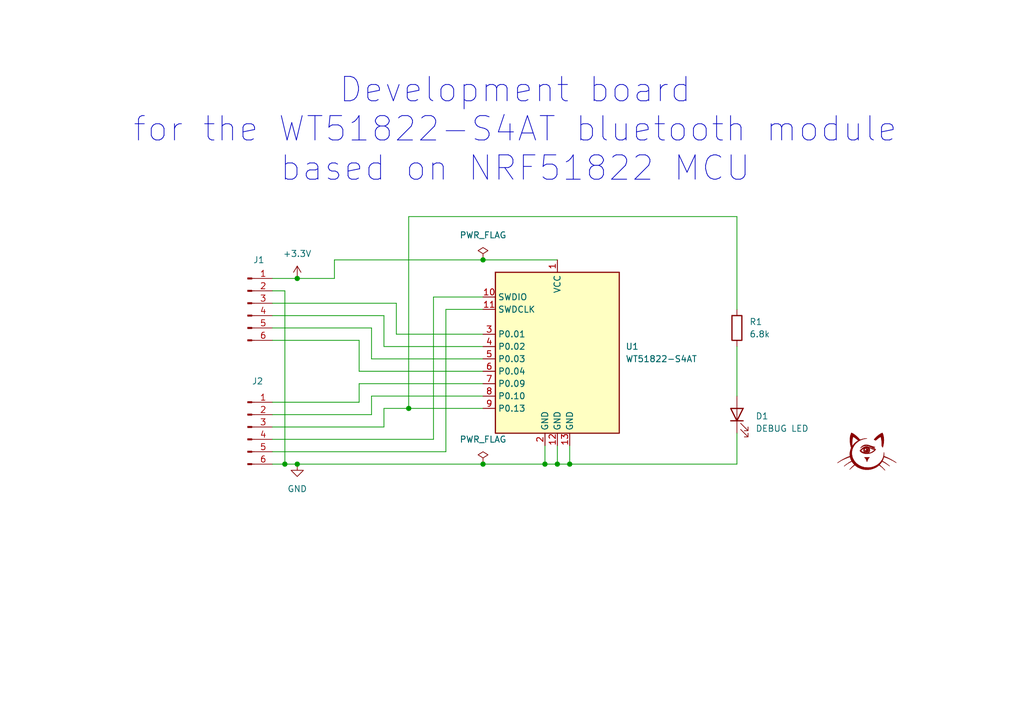
<source format=kicad_sch>
(kicad_sch (version 20231120) (generator "eeschema") (generator_version "8.0")
  (paper "A5")
  (title_block (title "WT51822-S4AT development board") (date "2024-05-29") (rev "0.1") (company "Yuri Volkov"))
  (lib_symbols
    (symbol "Connector:Conn_01x06_Male" (pin_names (offset 1.016) hide)
      (property "Reference" "J" (at 0 7.62 0))
      (property "Value" "Conn_01x06_Male" (at 0 -10.16 0))
      (symbol "Conn_01x06_Male_1_1"
        (polyline (pts (xy 1.27 -7.62) (xy 0.8636 -7.62)) (stroke (width 0.1524)))
        (polyline (pts (xy 1.27 -5.08) (xy 0.8636 -5.08)) (stroke (width 0.1524)))
        (polyline (pts (xy 1.27 -2.54) (xy 0.8636 -2.54)) (stroke (width 0.1524)))
        (polyline (pts (xy 1.27 0) (xy 0.8636 0)) (stroke (width 0.1524)))
        (polyline (pts (xy 1.27 2.54) (xy 0.8636 2.54)) (stroke (width 0.1524)))
        (polyline (pts (xy 1.27 5.08) (xy 0.8636 5.08)) (stroke (width 0.1524)))
        (rectangle (start 0.8636 -7.493) (end 0 -7.747) (stroke (width 0.1524)) (fill (type outline)))
        (rectangle (start 0.8636 -4.953) (end 0 -5.207) (stroke (width 0.1524)) (fill (type outline)))
        (rectangle (start 0.8636 -2.413) (end 0 -2.667) (stroke (width 0.1524)) (fill (type outline)))
        (rectangle (start 0.8636 0.127) (end 0 -0.127) (stroke (width 0.1524)) (fill (type outline)))
        (rectangle (start 0.8636 2.667) (end 0 2.413) (stroke (width 0.1524)) (fill (type outline)))
        (rectangle (start 0.8636 5.207) (end 0 4.953) (stroke (width 0.1524)) (fill (type outline)))
        (pin passive line (at 5.08 5.08 180) (length 3.81) (name "Pin_1") (number "1"))
        (pin passive line (at 5.08 2.54 180) (length 3.81) (name "Pin_2") (number "2"))
        (pin passive line (at 5.08 0 180) (length 3.81) (name "Pin_3") (number "3"))
        (pin passive line (at 5.08 -2.54 180) (length 3.81) (name "Pin_4") (number "4"))
        (pin passive line (at 5.08 -5.08 180) (length 3.81) (name "Pin_5") (number "5"))
        (pin passive line (at 5.08 -7.62 180) (length 3.81) (name "Pin_6") (number "6"))
      )
    )
    (symbol "Device:LED" (pin_numbers hide) (pin_names (offset 1.016) hide)
      (property "Reference" "D" (at 0 2.54 0))
      (property "Value" "LED" (at 0 -2.54 0))
      (symbol "LED_0_1"
        (polyline (pts (xy -1.27 -1.27) (xy -1.27 1.27)) (stroke (width 0.254)))
        (polyline (pts (xy -1.27 0) (xy 1.27 0)))
        (polyline (pts (xy 1.27 -1.27) (xy 1.27 1.27) (xy -1.27 0) (xy 1.27 -1.27)) (stroke (width 0.254)))
        (polyline (pts (xy -3.048 -0.762) (xy -4.572 -2.286) (xy -3.81 -2.286) (xy -4.572 -2.286) (xy -4.572 -1.524)))
        (polyline (pts (xy -1.778 -0.762) (xy -3.302 -2.286) (xy -2.54 -2.286) (xy -3.302 -2.286) (xy -3.302 -1.524)))
      )
      (symbol "LED_1_1"
        (pin passive line (at -3.81 0 0) (length 2.54) (name "K") (number "1"))
        (pin passive line (at 3.81 0 180) (length 2.54) (name "A") (number "2"))
      )
    )
    (symbol "Device:R" (pin_numbers hide) (pin_names (offset 0))
      (property "Reference" "R" (at 2.032 0 90))
      (property "Value" "R" (at 0 0 90))
      (symbol "R_0_1"
        (rectangle (start -1.016 -2.54) (end 1.016 2.54) (stroke (width 0.254)))
      )
      (symbol "R_1_1"
        (pin passive line (at 0 3.81 270) (length 1.27) (name "~") (number "1"))
        (pin passive line (at 0 -3.81 90) (length 1.27) (name "~") (number "2"))
      )
    )
    (symbol "nrf51:WT51822-S4AT"
      (property "Reference" "U" (at -11.43 18.288 0))
      (property "Value" "WT51822-S4AT" (at 8.128 18.288 0))
      (symbol "WT51822-S4AT_0_1"
        (rectangle (start -12.7 16.51) (end 12.7 -16.51) (stroke (width 0.254)) (fill (type background)))
      )
      (symbol "WT51822-S4AT_1_1"
        (pin power_in line (at 0 19.05 270) (length 2.54) (name "VCC") (number "1"))
        (pin bidirectional line (at -15.24 11.43 0) (length 2.54) (name "SWDIO") (number "10"))
        (pin input line (at -15.24 8.89 0) (length 2.54) (name "SWDCLK") (number "11"))
        (pin power_in line (at 0 -19.05 90) (length 2.54) (name "GND") (number "12"))
        (pin power_in line (at 2.54 -19.05 90) (length 2.54) (name "GND") (number "13"))
        (pin power_in line (at -2.54 -19.05 90) (length 2.54) (name "GND") (number "2"))
        (pin bidirectional line (at -15.24 3.81 0) (length 2.54) (name "P0.01") (number "3"))
        (pin bidirectional line (at -15.24 1.27 0) (length 2.54) (name "P0.02") (number "4"))
        (pin bidirectional line (at -15.24 -1.27 0) (length 2.54) (name "P0.03") (number "5"))
        (pin bidirectional line (at -15.24 -3.81 0) (length 2.54) (name "P0.04") (number "6"))
        (pin bidirectional line (at -15.24 -6.35 0) (length 2.54) (name "P0.09") (number "7"))
        (pin bidirectional line (at -15.24 -8.89 0) (length 2.54) (name "P0.10") (number "8"))
        (pin bidirectional line (at -15.24 -11.43 0) (length 2.54) (name "P0.13") (number "9"))
      )
    )
    (symbol "nrf51:stamp" (pin_names (offset 1.016))
      (symbol "stamp_0_0"
        (polyline (pts (xy 0.0254 -2.032) (xy 0.0254 -1.9812) (xy 0.0508 -1.9558) (xy 0.0762 -1.8542) (xy 0.1016 -1.778) (xy 0.1524 -1.6764) (xy 0.1778 -1.6002) (xy 0.2286 -1.5494) (xy 0.2794 -1.4224) (xy 0.3556 -1.3208) (xy 0.5334 -1.143) (xy -0.508 -1.143) (xy -0.508 -1.1684) (xy -0.2794 -1.397) (xy -0.2032 -1.524) (xy -0.1524 -1.651) (xy -0.0762 -1.8034) (xy -0.0254 -1.9812) (xy -0.0254 -2.0066) (xy 0 -2.0574) (xy 0.0254 -2.032)) (stroke (width 0.0254)) (fill (type outline)))
        (polyline (pts (xy 0.1016 -0.1016) (xy 0.1778 -0.0762) (xy 0.2794 0.0762) (xy 0.3048 0.1016) (xy 0.3048 0.127) (xy 0.3302 0.1524) (xy 0.3302 0.3302) (xy 0.3048 0.381) (xy 0.3048 0.4064) (xy 0.2794 0.4318) (xy 0.2794 0.4826) (xy 0.1778 0.5842) (xy 0.0762 0.635) (xy 0.0508 0.6604) (xy -0.1524 0.6604) (xy -0.1778 0.635) (xy -0.2032 0.635) (xy -0.254 0.6096) (xy -0.254 0.5842) (xy -0.2032 0.5842) (xy -0.127 0.508) (xy -0.1016 0.4572) (xy -0.1016 0.381) (xy -0.127 0.3556) (xy -0.1524 0.3048) (xy -0.2032 0.254) (xy -0.3048 0.254) (xy -0.3556 0.2794) (xy -0.4064 0.3302) (xy -0.4064 0.3556) (xy -0.4318 0.3556) (xy -0.4318 0.2286) (xy -0.4064 0.1778) (xy -0.4064 0.0762) (xy -0.3556 0.0254) (xy -0.3048 -0.0508) (xy -0.2286 -0.1016) (xy -0.1524 -0.127) (xy 0.0508 -0.127) (xy 0.1016 -0.1016)) (stroke (width 0.0254)) (fill (type outline)))
        (polyline (pts (xy -1.2954 0.762) (xy -1.1684 0.8636) (xy -1.0668 0.9398) (xy -0.9652 0.9906) (xy -0.8636 1.0668) (xy -0.7874 1.0922) (xy -0.7112 1.143) (xy -0.5588 1.1938) (xy -0.4572 1.1938) (xy -0.4572 1.2192) (xy -0.3302 1.2192) (xy -0.2032 1.2446) (xy -0.0508 1.2446) (xy 0.0762 1.2192) (xy 0.2286 1.1938) (xy 0.381 1.143) (xy 0.5334 1.0668) (xy 0.7112 0.9906) (xy 0.9144 0.9144) (xy 0.9398 0.889) (xy 1.143 0.7874) (xy 1.4478 0.6858) (xy 1.6256 0.6858) (xy 1.6002 0.7112) (xy 1.5494 0.7366) (xy 1.4986 0.7366) (xy 1.4732 0.762) (xy 1.3716 0.7874) (xy 1.2954 0.8382) (xy 1.2446 0.8636) (xy 1.1684 0.889) (xy 1.1176 0.9398) (xy 1.1684 0.9398) (xy 1.1938 0.9144) (xy 1.524 0.9144) (xy 1.5748 0.9398) (xy 1.6256 0.9398) (xy 1.651 0.9652) (xy 1.6002 0.9652) (xy 1.5748 0.9906) (xy 1.4732 0.9906) (xy 1.3462 1.0414) (xy 1.2192 1.0668) (xy 1.0668 1.1176) (xy 0.7112 1.2192) (xy 0.6858 1.2446) (xy 0.5334 1.2954) (xy 0.4064 1.3208) (xy 0.2794 1.3716) (xy 0.1778 1.397) (xy 0.0762 1.397) (xy 0 1.4224) (xy -0.3302 1.4224) (xy -0.635 1.3462) (xy -0.7874 1.27) (xy -0.9398 1.1684) (xy -1.0668 1.0668) (xy -1.3208 0.762) (xy -1.3462 0.7366) (xy -1.2954 0.762)) (stroke (width 0.0254)) (fill (type outline)))
        (polyline (pts (xy 3.2512 0.9398) (xy 3.2766 0.9906) (xy 3.2766 1.0668) (xy 3.3274 1.2192) (xy 3.3528 1.27) (xy 3.3782 1.4986) (xy 3.429 1.8034) (xy 3.4544 2.1082) (xy 3.4798 2.3876) (xy 3.4544 2.6924) (xy 3.429 2.9464) (xy 3.3782 3.2258) (xy 3.3274 3.4798) (xy 3.2258 3.7084) (xy 3.2258 3.7338) (xy 3.175 3.8354) (xy 3.175 3.8608) (xy 3.1242 3.8608) (xy 3.0988 3.8354) (xy 3.048 3.81) (xy 2.9718 3.7846) (xy 2.921 3.7592) (xy 2.8448 3.7084) (xy 2.7686 3.683) (xy 2.667 3.6068) (xy 2.4638 3.4798) (xy 2.286 3.3274) (xy 2.0828 3.175) (xy 1.7018 2.794) (xy 1.651 2.7178) (xy 1.5748 2.667) (xy 1.524 2.5908) (xy 1.4986 2.5654) (xy 1.4732 2.5146) (xy 1.4478 2.4892) (xy 1.4732 2.4892) (xy 1.4986 2.4638) (xy 1.5494 2.4384) (xy 1.6002 2.4384) (xy 1.651 2.3876) (xy 1.8034 2.3368) (xy 1.905 2.413) (xy 2.0066 2.5146) (xy 2.0828 2.5654) (xy 2.1844 2.6416) (xy 2.2606 2.7178) (xy 2.3622 2.794) (xy 2.4384 2.8448) (xy 2.54 2.8956) (xy 2.6162 2.9718) (xy 2.6924 2.9972) (xy 2.7432 3.048) (xy 2.794 3.0734) (xy 2.8194 3.0988) (xy 2.8448 3.0988) (xy 2.8448 3.0734) (xy 2.8702 3.0226) (xy 2.8702 2.9464) (xy 2.8956 2.8956) (xy 2.8956 2.8194) (xy 2.921 2.7178) (xy 2.9464 2.6416) (xy 2.9464 2.5654) (xy 2.9718 2.4892) (xy 2.9718 2.3876) (xy 2.9972 2.286) (xy 2.9972 2.1844) (xy 3.0226 2.0828) (xy 3.0226 1.5748) (xy 3.048 1.2192) (xy 3.0734 1.143) (xy 3.0988 1.0922) (xy 3.1496 1.0414) (xy 3.175 0.9906) (xy 3.175 0.9652) (xy 3.2258 0.9144) (xy 3.2512 0.9398)) (stroke (width 0.0254)) (fill (type outline)))
        (polyline (pts (xy 0.3556 -0.381) (xy 0.6096 -0.3302) (xy 0.8382 -0.254) (xy 1.0414 -0.1778) (xy 1.143 -0.127) (xy 1.2954 -0.0254) (xy 1.4224 0.0762) (xy 1.5748 0.1778) (xy 1.5748 0.2032) (xy 1.7272 0.3556) (xy 1.7526 0.4064) (xy 1.8034 0.4572) (xy 1.8034 0.508) (xy 1.7526 0.508) (xy 1.7018 0.5334) (xy 1.6002 0.5334) (xy 1.4732 0.5588) (xy 1.3716 0.5842) (xy 1.2446 0.6096) (xy 1.143 0.6604) (xy 1.016 0.7112) (xy 0.8636 0.762) (xy 0.7366 0.8128) (xy 0.5588 0.889) (xy 0.4826 0.9144) (xy 0.381 0.9652) (xy 0.2286 1.016) (xy 0.1778 1.0414) (xy 0.1016 1.0414) (xy 0.0508 1.0668) (xy -0.2286 1.0668) (xy -0.3556 1.0414) (xy -0.4826 0.9906) (xy -0.635 0.9398) (xy -0.9398 0.7366) (xy -1.1684 0.508) (xy -1.2446 0.4572) (xy -1.4224 0.2794) (xy -1.4478 0.2286) (xy -1.2446 0.2286) (xy -1.1938 0.2794) (xy -1.143 0.3048) (xy -1.0922 0.3556) (xy -1.0414 0.381) (xy -1.016 0.4318) (xy -0.9652 0.4572) (xy -0.9398 0.4826) (xy -0.889 0.508) (xy -0.7874 0.6096) (xy -0.7366 0.635) (xy -0.635 0.7366) (xy -0.5588 0.762) (xy -0.6096 0.6858) (xy -0.6858 0.5334) (xy -0.6858 0.4572) (xy -0.7112 0.4064) (xy -0.7112 0.2032) (xy -0.6858 0.1524) (xy -0.6858 0.127) (xy -0.5334 0.127) (xy -0.5334 0.3302) (xy -0.508 0.4572) (xy -0.4064 0.6096) (xy -0.3302 0.6858) (xy -0.2286 0.7366) (xy -0.127 0.762) (xy 0.0508 0.762) (xy 0.1524 0.7112) (xy 0.1778 0.7112) (xy 0.2286 0.6858) (xy 0.3302 0.5842) (xy 0.4064 0.4318) (xy 0.4318 0.3302) (xy 0.4318 0.2286) (xy 0.381 0.0254) (xy 0.3302 -0.0762) (xy 0.254 -0.127) (xy 0.1524 -0.2032) (xy 0.0508 -0.2286) (xy 0.0254 -0.254) (xy -0.0762 -0.254) (xy -0.2794 -0.2032) (xy -0.4318 -0.0508) (xy -0.4826 0.0254) (xy -0.5334 0.127) (xy -0.6858 0.127) (xy -0.6858 0.0762) (xy -0.5334 -0.1524) (xy -0.508 -0.1778) (xy -0.5334 -0.1778) (xy -0.5842 -0.1524) (xy -0.6604 -0.127) (xy -0.7112 -0.1016) (xy -0.7874 -0.0762) (xy -0.8636 -0.0254) (xy -1.016 0.0508) (xy -1.0668 0.1016) (xy -1.1176 0.127) (xy -1.1684 0.1778) (xy -1.2192 0.2032) (xy -1.2446 0.2286) (xy -1.4478 0.2286) (xy -1.4478 0.2032) (xy -1.4224 0.1778) (xy -1.397 0.127) (xy -1.3716 0.1016) (xy -1.3462 0.0508) (xy -1.3208 0.0254) (xy -1.0668 -0.1778) (xy -0.889 -0.254) (xy -0.8128 -0.2794) (xy 0.3048 -0.2794) (xy 0.3302 -0.254) (xy 0.381 -0.1778) (xy 0.4572 -0.127) (xy 0.508 -0.0508) (xy 0.508 -0.0254) (xy 0.5588 0.0762) (xy 0.6096 0.2032) (xy 0.6096 0.3302) (xy 0.5588 0.5842) (xy 0.508 0.6858) (xy 0.4318 0.7874) (xy 0.381 0.8382) (xy 0.381 0.8636) (xy 0.5334 0.7874) (xy 0.6096 0.762) (xy 0.7112 0.7112) (xy 0.7874 0.6604) (xy 0.8382 0.6604) (xy 0.9144 0.6096) (xy 0.9906 0.5842) (xy 1.0922 0.5334) (xy 1.1176 0.5334) (xy 1.2192 0.4826) (xy 1.2446 0.4826) (xy 1.397 0.4318) (xy 1.4732 0.4318) (xy 1.6002 0.4064) (xy 1.4986 0.3048) (xy 1.3462 0.1778) (xy 0.9906 -0.0762) (xy 0.7874 -0.1524) (xy 0.6096 -0.2286) (xy 0.4318 -0.2794) (xy 0.3048 -0.2794) (xy -0.8128 -0.2794) (xy -0.7366 -0.3048) (xy -0.5588 -0.3556) (xy -0.3556 -0.4064) (xy 0.127 -0.4064) (xy 0.3556 -0.381)) (stroke (width 0.0254)) (fill (type outline)))
        (polyline (pts (xy -3.5052 -3.6068) (xy -3.3782 -3.5052) (xy -3.175 -3.302) (xy -2.7686 -2.9464) (xy -2.5908 -2.8194) (xy -2.4892 -2.7432) (xy -2.1844 -2.9972) (xy -1.9304 -3.175) (xy -1.3716 -3.429) (xy -1.0922 -3.5306) (xy -0.7874 -3.6068) (xy -0.4826 -3.6576) (xy -0.381 -3.683) (xy 0.381 -3.683) (xy 0.4826 -3.6576) (xy 0.508 -3.6576) (xy 0.8128 -3.6068) (xy 1.0922 -3.5306) (xy 1.3716 -3.429) (xy 1.6256 -3.3274) (xy 1.8796 -3.2004) (xy 2.1336 -3.048) (xy 2.3622 -2.8702) (xy 2.4892 -2.7432) (xy 2.54 -2.794) (xy 2.5654 -2.794) (xy 2.6162 -2.8448) (xy 2.6924 -2.8956) (xy 2.7432 -2.9464) (xy 2.9718 -3.0988) (xy 3.2004 -3.3274) (xy 3.2766 -3.3782) (xy 3.3528 -3.4544) (xy 3.429 -3.556) (xy 3.4798 -3.6068) (xy 3.556 -3.6576) (xy 3.6068 -3.7338) (xy 3.6576 -3.7846) (xy 3.7084 -3.81) (xy 3.6322 -3.7338) (xy 3.6322 -3.7084) (xy 3.5814 -3.6576) (xy 3.5052 -3.556) (xy 3.4036 -3.4798) (xy 3.3274 -3.3782) (xy 3.1242 -3.175) (xy 2.9972 -3.0734) (xy 2.8956 -2.9718) (xy 2.794 -2.8956) (xy 2.7178 -2.8194) (xy 2.5654 -2.6924) (xy 2.667 -2.5654) (xy 2.7178 -2.5146) (xy 2.8702 -2.3114) (xy 3.0226 -2.1336) (xy 3.0226 -2.1082) (xy 3.048 -2.0574) (xy 3.0988 -2.0066) (xy 3.1496 -2.0066) (xy 3.175 -2.032) (xy 3.2258 -2.0574) (xy 3.302 -2.0828) (xy 3.3528 -2.1082) (xy 3.429 -2.1336) (xy 3.4798 -2.1844) (xy 3.5814 -2.2352) (xy 3.6068 -2.2352) (xy 3.6576 -2.286) (xy 3.7084 -2.3114) (xy 3.7846 -2.3368) (xy 3.8608 -2.413) (xy 3.8862 -2.413) (xy 3.9116 -2.4384) (xy 3.937 -2.4384) (xy 3.937 -2.4638) (xy 4.0894 -2.54) (xy 4.1402 -2.5908) (xy 4.445 -2.794) (xy 4.4704 -2.8194) (xy 4.5466 -2.8702) (xy 4.5974 -2.921) (xy 4.6482 -2.9464) (xy 4.572 -2.8702) (xy 4.4196 -2.7432) (xy 4.2164 -2.5908) (xy 4.0386 -2.4638) (xy 3.8354 -2.3114) (xy 3.429 -2.0574) (xy 3.2258 -1.9558) (xy 3.1496 -1.905) (xy 3.2766 -1.651) (xy 3.3528 -1.4224) (xy 3.429 -1.2192) (xy 3.429 -1.1684) (xy 3.4544 -1.1176) (xy 3.4544 -1.0668) (xy 3.4798 -1.0668) (xy 3.5814 -1.1176) (xy 3.6576 -1.1176) (xy 3.7338 -1.143) (xy 3.81 -1.1938) (xy 4.0132 -1.2446) (xy 4.2672 -1.3462) (xy 4.826 -1.6002) (xy 5.1054 -1.7526) (xy 5.3848 -1.8796) (xy 5.6642 -2.0574) (xy 5.9182 -2.2098) (xy 6.0198 -2.2606) (xy 5.9944 -2.2352) (xy 5.9436 -2.2098) (xy 5.8674 -2.159) (xy 5.8166 -2.1082) (xy 5.588 -1.9558) (xy 5.4864 -1.905) (xy 4.8768 -1.5494) (xy 4.5466 -1.3716) (xy 4.2418 -1.2192) (xy 3.6322 -0.9652) (xy 3.5814 -0.9398) (xy 3.5306 -0.9398) (xy 3.5052 -0.9144) (xy 3.4798 -0.9144) (xy 3.4798 -0.8636) (xy 3.5052 -0.8128) (xy 3.5052 -0.1778) (xy 3.4798 -0.1524) (xy 3.4798 -0.3048) (xy 3.4544 -0.5842) (xy 3.3528 -1.0922) (xy 3.1496 -1.6002) (xy 2.9972 -1.8034) (xy 2.8448 -2.032) (xy 2.667 -2.2352) (xy 2.2606 -2.5908) (xy 2.032 -2.7432) (xy 1.8034 -2.8702) (xy 1.524 -2.9972) (xy 1.27 -3.0988) (xy 0.9652 -3.175) (xy 0.6858 -3.2258) (xy 0.4064 -3.2512) (xy 0.1016 -3.2512) (xy -0.508 -3.2004) (xy -0.7874 -3.1242) (xy -1.0414 -3.048) (xy -1.2954 -2.9464) (xy -1.7526 -2.6924) (xy -1.9812 -2.5146) (xy -2.1844 -2.3622) (xy -2.54 -1.9558) (xy -2.667 -1.7526) (xy -2.921 -1.2954) (xy -2.9972 -1.0414) (xy -3.0988 -0.5334) (xy -3.0988 0) (xy -2.9972 0.508) (xy -2.8956 0.762) (xy -2.8702 0.8382) (xy -2.6162 1.2954) (xy -2.4638 1.4986) (xy -2.286 1.7018) (xy -2.0828 1.8796) (xy -1.8542 2.0574) (xy -1.6256 2.2098) (xy -1.397 2.3368) (xy -1.27 2.413) (xy -1.0414 2.4892) (xy -0.8382 2.5654) (xy -0.635 2.6162) (xy -0.4064 2.667) (xy -0.1524 2.6924) (xy 0 2.7178) (xy -0.254 2.7178) (xy -0.5334 2.6924) (xy -0.7874 2.6416) (xy -1.0668 2.5654) (xy -1.3208 2.4892) (xy -1.4224 2.4384) (xy -1.4478 2.4892) (xy -1.5494 2.5908) (xy -1.7272 2.794) (xy -1.9304 2.9972) (xy -2.3368 3.3528) (xy -2.7432 3.6576) (xy -2.8194 3.683) (xy -2.8702 3.7338) (xy -2.9464 3.7592) (xy -2.9972 3.7846) (xy -3.0734 3.8354) (xy -3.1242 3.8608) (xy -3.2004 3.8608) (xy -3.2258 3.81) (xy -3.2766 3.6576) (xy -3.302 3.556) (xy -3.3782 3.3782) (xy -3.429 3.175) (xy -3.4798 2.8194) (xy -3.4798 1.9304) (xy -3.4544 1.8542) (xy -3.4544 1.7272) (xy -3.4036 1.4478) (xy -3.3274 1.1684) (xy -3.3274 1.1176) (xy -3.048 1.1176) (xy -3.048 2.0066) (xy -3.0226 2.1082) (xy -2.9718 2.6162) (xy -2.921 2.8702) (xy -2.8956 2.8956) (xy -2.8956 2.9718) (xy -2.8702 3.0226) (xy -2.8702 3.048) (xy -2.8448 3.0734) (xy -2.794 3.0734) (xy -2.7432 3.048) (xy -2.6924 2.9972) (xy -2.6416 2.9718) (xy -2.413 2.8194) (xy -2.3368 2.7432) (xy -2.286 2.7178) (xy -2.2606 2.7178) (xy -2.1844 2.6416) (xy -2.1336 2.6162) (xy -2.032 2.5146) (xy -1.9558 2.4638) (xy -1.778 2.286) (xy -1.8034 2.2606) (xy -1.8288 2.2606) (xy -1.8542 2.2352) (xy -1.9558 2.1844) (xy -2.032 2.1082) (xy -2.159 2.0574) (xy -2.2606 1.9812) (xy -2.3368 1.905) (xy -2.4638 1.8034) (xy -2.5908 1.6764) (xy -2.6924 1.5494) (xy -2.8194 1.4224) (xy -2.921 1.2954) (xy -2.9972 1.1938) (xy -3.0226 1.143) (xy -3.0226 1.1176) (xy -3.048 1.1176) (xy -3.3274 1.1176) (xy -3.2512 0.9398) (xy -3.2512 0.8382) (xy -3.2258 0.8128) (xy -3.2258 0.762) (xy -3.2512 0.7366) (xy -3.2766 0.6858) (xy -3.2766 0.635) (xy -3.3528 0.4572) (xy -3.4544 0.0508) (xy -3.4544 0.0254) (xy -3.4798 -0.0254) (xy -3.4798 -0.1524) (xy -3.5052 -0.2032) (xy -3.5052 -0.7874) (xy -3.4798 -0.8382) (xy -3.4798 -0.9144) (xy -3.6068 -0.9652) (xy -3.7592 -1.016) (xy -4.0894 -1.143) (xy -4.4196 -1.2954) (xy -5.08 -1.651) (xy -5.4102 -1.8542) (xy -5.715 -2.0574) (xy -5.7404 -2.0574) (xy -5.7912 -2.1082) (xy -5.8674 -2.159) (xy -5.9182 -2.1844) (xy -5.969 -2.2352) (xy -6.0198 -2.2606) (xy -6.0452 -2.286) (xy -6.0198 -2.286) (xy -5.9944 -2.2606) (xy -5.8928 -2.2098) (xy -5.6642 -2.0574) (xy -5.3848 -1.8796) (xy -5.1054 -1.7272) (xy -4.5466 -1.4732) (xy -4.2418 -1.3462) (xy -4.1656 -1.3208) (xy -4.0894 -1.27) (xy -3.9878 -1.2446) (xy -3.8862 -1.1938) (xy -3.81 -1.1684) (xy -3.7084 -1.143) (xy -3.556 -1.0922) (xy -3.5052 -1.0922) (xy -3.4798 -1.0668) (xy -3.4544 -1.0668) (xy -3.4544 -1.1176) (xy -3.4036 -1.2192) (xy -3.3782 -1.3716) (xy -3.302 -1.5748) (xy -3.2258 -1.7526) (xy -3.1496 -1.905) (xy -3.5052 -2.1082) (xy -3.7592 -2.2606) (xy -3.9878 -2.4384) (xy -4.2418 -2.5908) (xy -4.445 -2.7686) (xy -4.4704 -2.794) (xy -4.5466 -2.8448) (xy -4.6736 -2.9718) (xy -4.572 -2.921) (xy -4.5212 -2.8448) (xy -4.2672 -2.667) (xy -3.9878 -2.4638) (xy -3.683 -2.286) (xy -3.6322 -2.2606) (xy -3.556 -2.2098) (xy -3.4798 -2.1844) (xy -3.4036 -2.1336) (xy -3.3274 -2.1082) (xy -3.2766 -2.0574) (xy -3.2004 -2.032) (xy -3.1496 -2.0066) (xy -3.0988 -2.0066) (xy -3.0988 -2.032) (xy -3.0226 -2.1082) (xy -2.921 -2.2606) (xy -2.667 -2.5654) (xy -2.5654 -2.6924) (xy -2.667 -2.7686) (xy -2.794 -2.8702) (xy -3.0226 -3.0734) (xy -3.2512 -3.302) (xy -3.556 -3.6576) (xy -3.5052 -3.6068)) (stroke (width 0.0254)) (fill (type outline)))
      )
    )
    (symbol "power:+3.3V" (power) (pin_names (offset 0))
      (property "Value" "+3.3V" (at 0 3.556 0))
      (symbol "+3.3V_0_1"
        (polyline (pts (xy -0.762 1.27) (xy 0 2.54)))
        (polyline (pts (xy 0 0) (xy 0 2.54)))
        (polyline (pts (xy 0 2.54) (xy 0.762 1.27)))
      )
      (symbol "+3.3V_1_1"
        (pin power_in line (at 0 0 90) (length 0) hide (name "+3V3") (number "1"))
      )
    )
    (symbol "power:GND" (power) (pin_names (offset 0))
      (property "Value" "GND" (at 0 -3.81 0))
      (symbol "GND_0_1"
        (polyline (pts (xy 0 0) (xy 0 -1.27) (xy 1.27 -1.27) (xy 0 -2.54) (xy -1.27 -1.27) (xy 0 -1.27)))
      )
      (symbol "GND_1_1"
        (pin power_in line (at 0 0 270) (length 0) hide (name "GND") (number "1"))
      )
    )
    (symbol "power:PWR_FLAG" (power) (pin_numbers hide) (pin_names (offset 0) hide)
      (property "Value" "PWR_FLAG" (at 0 3.81 0))
      (symbol "PWR_FLAG_0_0"
        (pin power_out line (at 0 0 90) (length 0) (name "pwr") (number "1"))
      )
      (symbol "PWR_FLAG_0_1"
        (polyline (pts (xy 0 0) (xy 0 1.27) (xy -1.016 1.905) (xy 0 2.54) (xy 1.016 1.905) (xy 0 1.27)))
      )
    )
  )
  (junction (at 111.76 95.25))
  (junction (at 116.84 95.25))
  (junction (at 60.96 95.25))
  (junction (at 99.06 53.34))
  (junction (at 83.82 83.82))
  (junction (at 58.42 95.25))
  (junction (at 114.3 95.25))
  (junction (at 99.06 95.25))
  (junction (at 60.96 57.15))
  (wire (pts (xy 73.66 76.2) (xy 73.66 69.85)))
  (wire (pts (xy 151.13 95.25) (xy 116.84 95.25)))
  (wire (pts (xy 151.13 71.12) (xy 151.13 81.28)))
  (wire (pts (xy 151.13 44.45) (xy 83.82 44.45)))
  (wire (pts (xy 111.76 91.44) (xy 111.76 95.25)))
  (wire (pts (xy 83.82 44.45) (xy 83.82 83.82)))
  (wire (pts (xy 91.44 92.71) (xy 55.88 92.71)))
  (wire (pts (xy 73.66 69.85) (xy 55.88 69.85)))
  (wire (pts (xy 81.28 62.23) (xy 55.88 62.23)))
  (wire (pts (xy 81.28 68.58) (xy 81.28 62.23)))
  (wire (pts (xy 88.9 90.17) (xy 55.88 90.17)))
  (wire (pts (xy 55.88 59.69) (xy 58.42 59.69)))
  (wire (pts (xy 78.74 71.12) (xy 78.74 64.77)))
  (wire (pts (xy 111.76 95.25) (xy 114.3 95.25)))
  (wire (pts (xy 73.66 78.74) (xy 73.66 82.55)))
  (wire (pts (xy 99.06 68.58) (xy 81.28 68.58)))
  (wire (pts (xy 78.74 64.77) (xy 55.88 64.77)))
  (wire (pts (xy 114.3 91.44) (xy 114.3 95.25)))
  (wire (pts (xy 58.42 95.25) (xy 60.96 95.25)))
  (wire (pts (xy 55.88 95.25) (xy 58.42 95.25)))
  (wire (pts (xy 78.74 83.82) (xy 78.74 87.63)))
  (wire (pts (xy 99.06 63.5) (xy 91.44 63.5)))
  (wire (pts (xy 76.2 73.66) (xy 76.2 67.31)))
  (wire (pts (xy 99.06 60.96) (xy 88.9 60.96)))
  (wire (pts (xy 99.06 53.34) (xy 114.3 53.34)))
  (wire (pts (xy 114.3 95.25) (xy 116.84 95.25)))
  (wire (pts (xy 83.82 83.82) (xy 78.74 83.82)))
  (wire (pts (xy 151.13 88.9) (xy 151.13 95.25)))
  (wire (pts (xy 73.66 78.74) (xy 99.06 78.74)))
  (wire (pts (xy 76.2 81.28) (xy 76.2 85.09)))
  (wire (pts (xy 76.2 85.09) (xy 55.88 85.09)))
  (wire (pts (xy 99.06 73.66) (xy 76.2 73.66)))
  (wire (pts (xy 60.96 57.15) (xy 55.88 57.15)))
  (wire (pts (xy 99.06 76.2) (xy 73.66 76.2)))
  (wire (pts (xy 55.88 82.55) (xy 73.66 82.55)))
  (wire (pts (xy 99.06 83.82) (xy 83.82 83.82)))
  (wire (pts (xy 68.58 53.34) (xy 99.06 53.34)))
  (wire (pts (xy 58.42 59.69) (xy 58.42 95.25)))
  (wire (pts (xy 78.74 87.63) (xy 55.88 87.63)))
  (wire (pts (xy 68.58 57.15) (xy 60.96 57.15)))
  (wire (pts (xy 116.84 95.25) (xy 116.84 91.44)))
  (wire (pts (xy 60.96 95.25) (xy 99.06 95.25)))
  (wire (pts (xy 151.13 63.5) (xy 151.13 44.45)))
  (wire (pts (xy 99.06 71.12) (xy 78.74 71.12)))
  (wire (pts (xy 88.9 60.96) (xy 88.9 90.17)))
  (wire (pts (xy 99.06 95.25) (xy 111.76 95.25)))
  (wire (pts (xy 68.58 53.34) (xy 68.58 57.15)))
  (wire (pts (xy 91.44 63.5) (xy 91.44 92.71)))
  (wire (pts (xy 99.06 81.28) (xy 76.2 81.28)))
  (wire (pts (xy 76.2 67.31) (xy 55.88 67.31)))
  (text "Development board\nfor the WT51822-S4AT bluetooth module\nbased on NRF51822 MCU" (at 105.664 26.67 0) (effects (font (size 5 5))))
  (symbol (lib_id "power:PWR_FLAG") (at 99.06 95.25 0) (unit 1)
    (property "Reference" "#FLG02" (effects (hide yes)))
    (property "Value" "PWR_FLAG" (at 99.06 90.17 0))
    (property "Description" "Special symbol for telling ERC where power comes from" (effects (hide yes)))
  )
  (symbol (lib_id "Connector:Conn_01x06_Male") (at 50.8 87.63 0) (unit 1)
    (property "Reference" "J2" (at 52.832 78.232 0))
    (property "Value" "Conn_01x06_Male" (effects (hide yes)))
    (property "Footprint" "Connector_PinHeader_2.54mm:PinHeader_1x06_P2.54mm_Vertical" (effects (hide yes)))
    (property "Description" "Generic connector, single row, 01x06, script generated (kicad-library-utils/schlib/autogen/connector/)" (effects (hide yes)))
  )
  (symbol (lib_id "Device:LED") (at 151.13 85.09 90) (unit 1)
    (property "Reference" "D1" (at 154.94 85.4074 90) (effects (justify right)))
    (property "Value" "DEBUG LED" (at 154.94 87.9474 90) (effects (justify right)))
    (property "Footprint" "LED_SMD:LED_0603_1608Metric_Pad1.05x0.95mm_HandSolder" (effects (hide yes)))
    (property "Description" "Light emitting diode" (effects (hide yes)))
  )
  (symbol (lib_id "Connector:Conn_01x06_Male") (at 50.8 62.23 0) (unit 1)
    (property "Reference" "J1" (at 53.086 53.34 0))
    (property "Value" "Conn_01x06_Male" (effects (hide yes)))
    (property "Footprint" "Connector_PinHeader_2.54mm:PinHeader_1x06_P2.54mm_Vertical" (effects (hide yes)))
    (property "Description" "Generic connector, single row, 01x06, script generated (kicad-library-utils/schlib/autogen/connector/)" (effects (hide yes)))
  )
  (symbol (lib_id "nrf51:WT51822-S4AT") (at 114.3 72.39 0) (unit 1)
    (property "Reference" "U1" (at 128.27 71.1199 0) (effects (justify left)))
    (property "Value" "WT51822-S4AT" (at 128.27 73.6599 0) (effects (justify left)))
    (property "Footprint" "nrf:WT51822-S4AT" (effects (hide yes)))
    (property "Description" "WT51822-S4AT Module, nRF51822 SoC" (effects (hide yes)))
  )
  (symbol (lib_id "nrf51:stamp") (at 177.8 92.71 0) (unit 1)
    (property "Reference" "G1" (effects (hide yes)))
    (property "Value" "stamp" (effects (hide yes)))
    (property "Footprint" "nrf:stamp" (effects (hide yes)))
  )
  (symbol (lib_id "Device:R") (at 151.13 67.31 0) (unit 1)
    (property "Reference" "R1" (at 153.67 66.0399 0) (effects (justify left)))
    (property "Value" "6.8k" (at 153.67 68.5799 0) (effects (justify left)))
    (property "Footprint" "Resistor_SMD:R_0603_1608Metric_Pad0.98x0.95mm_HandSolder" (effects (hide yes)))
    (property "Description" "Resistor" (effects (hide yes)))
  )
  (symbol (lib_id "power:+3.3V") (at 60.96 57.15 0) (unit 1)
    (property "Reference" "#PWR02" (effects (hide yes)))
    (property "Value" "+3.3V" (at 60.96 52.07 0))
    (property "Description" "Power symbol creates a global label with name \"+3.3V\"" (effects (hide yes)))
  )
  (symbol (lib_id "power:GND") (at 60.96 95.25 0) (unit 1)
    (property "Reference" "#PWR01" (effects (hide yes)))
    (property "Value" "GND" (at 60.96 100.33 0))
    (property "Description" "Power symbol creates a global label with name \"GND\" , ground" (effects (hide yes)))
  )
  (symbol (lib_id "power:PWR_FLAG") (at 99.06 53.34 0) (unit 1)
    (property "Reference" "#FLG01" (effects (hide yes)))
    (property "Value" "PWR_FLAG" (at 99.06 48.26 0))
    (property "Description" "Special symbol for telling ERC where power comes from" (effects (hide yes)))
  )
)
</source>
